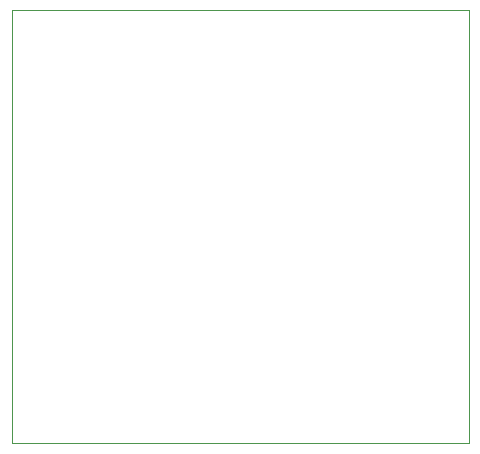
<source format=gm1>
G04 #@! TF.GenerationSoftware,KiCad,Pcbnew,9.0.1+1*
G04 #@! TF.CreationDate,2025-11-10T10:51:35+00:00*
G04 #@! TF.ProjectId,lora,6c6f7261-2e6b-4696-9361-645f70636258,rev?*
G04 #@! TF.SameCoordinates,Original*
G04 #@! TF.FileFunction,Profile,NP*
%FSLAX46Y46*%
G04 Gerber Fmt 4.6, Leading zero omitted, Abs format (unit mm)*
G04 Created by KiCad (PCBNEW 9.0.1+1) date 2025-11-10 10:51:35*
%MOMM*%
%LPD*%
G01*
G04 APERTURE LIST*
G04 #@! TA.AperFunction,Profile*
%ADD10C,0.050000*%
G04 #@! TD*
G04 APERTURE END LIST*
D10*
X69760000Y-63560000D02*
X108440000Y-63560000D01*
X108440000Y-100170000D01*
X69760000Y-100170000D01*
X69760000Y-63560000D01*
M02*

</source>
